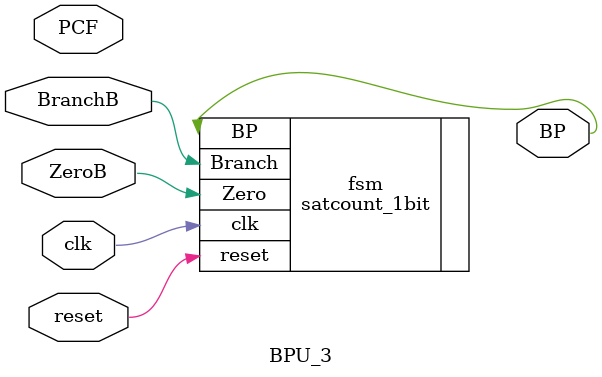
<source format=sv>
module BPU_3(input  logic        clk, reset,
           input  logic        BranchB,
           input  logic        ZeroB,
           input  logic [31:0] PCF,
           output logic        BP
           );

satcount_1bit fsm(.clk(clk), .reset(reset), .Zero(ZeroB), .BP(BP), .Branch(BranchB));


endmodule
</source>
